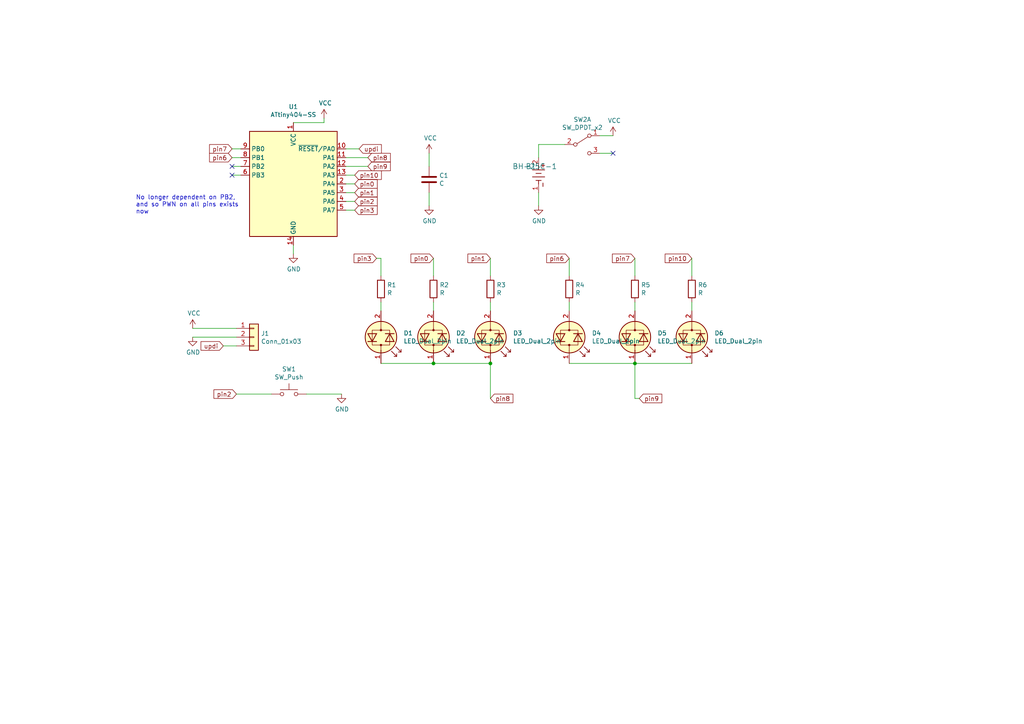
<source format=kicad_sch>
(kicad_sch (version 20211123) (generator eeschema)
  (paper "A4")
  (lib_symbols
    (symbol "Connector_Generic:Conn_01x03" (pin_names (offset 1.016) hide)
      (property "Reference" "J" (at 0 5.08 0))
      (property "Value" "Conn_01x03" (at 0 -5.08 0))
      (symbol "Conn_01x03_1_1"
        (rectangle (start -1.27 -2.413) (end 0 -2.667) (stroke (width 0.1524)))
        (rectangle (start -1.27 0.127) (end 0 -0.127) (stroke (width 0.1524)))
        (rectangle (start -1.27 2.667) (end 0 2.413) (stroke (width 0.1524)))
        (rectangle (start -1.27 3.81) (end 1.27 -3.81) (stroke (width 0.254)) (fill (type background)))
        (pin passive line (at -5.08 2.54 0) (length 3.81) (name "Pin_1") (number "1"))
        (pin passive line (at -5.08 0 0) (length 3.81) (name "Pin_2") (number "2"))
        (pin passive line (at -5.08 -2.54 0) (length 3.81) (name "Pin_3") (number "3"))
      )
    )
    (symbol "Device:C" (pin_numbers hide) (pin_names (offset 0.254))
      (property "Reference" "C" (at 0.635 2.54 0))
      (property "Value" "C" (at 0.635 -2.54 0))
      (symbol "C_0_1"
        (polyline (pts (xy -2.032 -0.762) (xy 2.032 -0.762)) (stroke (width 0.508)))
        (polyline (pts (xy -2.032 0.762) (xy 2.032 0.762)) (stroke (width 0.508)))
      )
      (symbol "C_1_1"
        (pin passive line (at 0 3.81 270) (length 2.794) (name "~") (number "1"))
        (pin passive line (at 0 -3.81 90) (length 2.794) (name "~") (number "2"))
      )
    )
    (symbol "Device:LED_Dual_2pin" (pin_names (offset 0) hide)
      (property "Reference" "D" (at 0 5.715 0))
      (property "Value" "LED_Dual_2pin" (at 0 -6.35 0))
      (symbol "LED_Dual_2pin_0_1"
        (circle (center -2.032 0) (radius 0.254) (fill (type outline)))
        (polyline (pts (xy -4.572 0) (xy -2.54 0)))
        (polyline (pts (xy -2.032 0) (xy -2.54 0)))
        (polyline (pts (xy -1.016 3.81) (xy -1.016 1.27)) (stroke (width 0.254)))
        (polyline (pts (xy 1.27 -1.27) (xy 1.27 -3.81)) (stroke (width 0.254)))
        (polyline (pts (xy 4.064 0) (xy 2.286 0)) (fill (type outline)))
        (polyline (pts (xy 4.318 5.842) (xy 4.318 5.08)) (stroke (width 0.2032)))
        (polyline (pts (xy 5.588 4.572) (xy 5.588 3.81)) (stroke (width 0.2032)))
        (polyline (pts (xy 2.794 4.318) (xy 4.318 5.842) (xy 3.556 5.842)) (stroke (width 0.2032)))
        (polyline (pts (xy 4.064 3.048) (xy 5.588 4.572) (xy 4.826 4.572)) (stroke (width 0.2032)))
        (polyline (pts (xy -1.016 -1.27) (xy -1.016 -3.81) (xy 1.27 -2.54) (xy -1.016 -1.27)) (stroke (width 0.254)))
        (polyline (pts (xy 1.27 3.81) (xy 1.27 1.27) (xy -1.016 2.54) (xy 1.27 3.81)) (stroke (width 0.254)))
        (polyline (pts (xy 2.286 2.54) (xy -2.032 2.54) (xy -2.032 -2.54) (xy 2.286 -2.54) (xy 2.286 2.54)))
        (circle (center 0 0) (radius 4.572) (stroke (width 0.254)) (fill (type background)))
        (circle (center 2.286 0) (radius 0.254) (fill (type outline)))
      )
      (symbol "LED_Dual_2pin_1_1"
        (pin input line (at 7.62 0 180) (length 3.81) (name "KA") (number "1"))
        (pin input line (at -7.62 0 0) (length 3.048) (name "AK") (number "2"))
      )
    )
    (symbol "Device:R" (pin_numbers hide) (pin_names (offset 0))
      (property "Reference" "R" (at 2.032 0 90))
      (property "Value" "R" (at 0 0 90))
      (symbol "R_0_1"
        (rectangle (start -1.016 -2.54) (end 1.016 2.54) (stroke (width 0.254)))
      )
      (symbol "R_1_1"
        (pin passive line (at 0 3.81 270) (length 1.27) (name "~") (number "1"))
        (pin passive line (at 0 -3.81 90) (length 1.27) (name "~") (number "2"))
      )
    )
    (symbol "MCU_Microchip_ATtiny:ATtiny404-SS"
      (property "Reference" "U" (at -12.7 16.51 0))
      (property "Value" "ATtiny404-SS" (at 2.54 -16.51 0))
      (symbol "ATtiny404-SS_0_1"
        (rectangle (start -12.7 -15.24) (end 12.7 15.24) (stroke (width 0.254)) (fill (type background)))
      )
      (symbol "ATtiny404-SS_1_1"
        (pin power_in line (at 0 17.78 270) (length 2.54) (name "VCC") (number "1"))
        (pin bidirectional line (at 15.24 10.16 180) (length 2.54) (name "~{RESET}/PA0") (number "10"))
        (pin bidirectional line (at 15.24 7.62 180) (length 2.54) (name "PA1") (number "11"))
        (pin bidirectional line (at 15.24 5.08 180) (length 2.54) (name "PA2") (number "12"))
        (pin bidirectional line (at 15.24 2.54 180) (length 2.54) (name "PA3") (number "13"))
        (pin power_in line (at 0 -17.78 90) (length 2.54) (name "GND") (number "14"))
        (pin bidirectional line (at 15.24 0 180) (length 2.54) (name "PA4") (number "2"))
        (pin bidirectional line (at 15.24 -2.54 180) (length 2.54) (name "PA5") (number "3"))
        (pin bidirectional line (at 15.24 -5.08 180) (length 2.54) (name "PA6") (number "4"))
        (pin bidirectional line (at 15.24 -7.62 180) (length 2.54) (name "PA7") (number "5"))
        (pin bidirectional line (at -15.24 2.54 0) (length 2.54) (name "PB3") (number "6"))
        (pin bidirectional line (at -15.24 5.08 0) (length 2.54) (name "PB2") (number "7"))
        (pin bidirectional line (at -15.24 7.62 0) (length 2.54) (name "PB1") (number "8"))
        (pin bidirectional line (at -15.24 10.16 0) (length 2.54) (name "PB0") (number "9"))
      )
    )
    (symbol "Switch:SW_DPDT_x2" (pin_names (offset 0) hide)
      (property "Reference" "SW" (at 0 4.318 0))
      (property "Value" "SW_DPDT_x2" (at 0 -5.08 0))
      (symbol "SW_DPDT_x2_0_0"
        (circle (center -2.032 0) (radius 0.508))
        (circle (center 2.032 -2.54) (radius 0.508))
      )
      (symbol "SW_DPDT_x2_0_1"
        (polyline (pts (xy -1.524 0.254) (xy 1.651 2.286)))
        (circle (center 2.032 2.54) (radius 0.508))
      )
      (symbol "SW_DPDT_x2_1_1"
        (pin passive line (at 5.08 2.54 180) (length 2.54) (name "A") (number "1"))
        (pin passive line (at -5.08 0 0) (length 2.54) (name "B") (number "2"))
        (pin passive line (at 5.08 -2.54 180) (length 2.54) (name "C") (number "3"))
      )
      (symbol "SW_DPDT_x2_2_1"
        (pin passive line (at 5.08 2.54 180) (length 2.54) (name "A") (number "4"))
        (pin passive line (at -5.08 0 0) (length 2.54) (name "B") (number "5"))
        (pin passive line (at 5.08 -2.54 180) (length 2.54) (name "C") (number "6"))
      )
    )
    (symbol "Switch:SW_Push" (pin_numbers hide) (pin_names (offset 1.016) hide)
      (property "Reference" "SW" (at 1.27 2.54 0))
      (property "Value" "SW_Push" (at 0 -1.524 0))
      (symbol "SW_Push_0_1"
        (circle (center -2.032 0) (radius 0.508))
        (polyline (pts (xy 0 1.27) (xy 0 3.048)))
        (polyline (pts (xy 2.54 1.27) (xy -2.54 1.27)))
        (circle (center 2.032 0) (radius 0.508))
        (pin passive line (at -5.08 0 0) (length 2.54) (name "1") (number "1"))
        (pin passive line (at 5.08 0 180) (length 2.54) (name "2") (number "2"))
      )
    )
    (symbol "batt:BH-25C-1" (pin_names (offset 0.254))
      (property "Reference" "B1" (at 2.54 -3.81 90))
      (property "Value" "BH-25C-1" (at 2.54 -7.62 90))
      (symbol "BH-25C-1_0_1"
        (polyline (pts (xy 1.778 1.27) (xy 2.794 1.27)) (stroke (width 0.2032)))
        (polyline (pts (xy 2.286 0.762) (xy 2.286 1.778)) (stroke (width 0.2032)))
        (polyline (pts (xy 2.54 0) (xy 3.4798 0)) (stroke (width 0.2032)))
        (polyline (pts (xy 3.556 -1.778) (xy 3.556 1.778)) (stroke (width 0.2032)))
        (polyline (pts (xy 4.572 0.762) (xy 4.572 -0.762)) (stroke (width 0.2032)))
        (polyline (pts (xy 5.588 -1.778) (xy 5.588 1.778)) (stroke (width 0.2032)))
        (polyline (pts (xy 6.604 0) (xy 7.62 0)) (stroke (width 0.2032)))
        (polyline (pts (xy 6.604 0.762) (xy 6.604 -0.762)) (stroke (width 0.2032)))
        (polyline (pts (xy 7.366 1.27) (xy 8.382 1.27)) (stroke (width 0.2032)))
        (pin power_out line (at 10.16 0 180) (length 2.54) (name "") (number "1"))
        (pin power_out line (at 0 0 0) (length 2.54) (name "") (number "2"))
      )
    )
    (symbol "power:GND" (power) (pin_names (offset 0))
      (property "Value" "GND" (at 0 -3.81 0))
      (symbol "GND_0_1"
        (polyline (pts (xy 0 0) (xy 0 -1.27) (xy 1.27 -1.27) (xy 0 -2.54) (xy -1.27 -1.27) (xy 0 -1.27)))
      )
      (symbol "GND_1_1"
        (pin power_in line (at 0 0 270) (length 0) hide (name "GND") (number "1"))
      )
    )
    (symbol "power:VCC" (power) (pin_names (offset 0))
      (property "Value" "VCC" (at 0 3.81 0))
      (symbol "VCC_0_1"
        (polyline (pts (xy -0.762 1.27) (xy 0 2.54)))
        (polyline (pts (xy 0 0) (xy 0 2.54)))
        (polyline (pts (xy 0 2.54) (xy 0.762 1.27)))
      )
      (symbol "VCC_1_1"
        (pin power_in line (at 0 0 90) (length 0) hide (name "VCC") (number "1"))
      )
    )
  )
  (junction (at 142.24 105.41))
  (junction (at 125.73 105.41))
  (junction (at 184.15 105.41))
  (no_connect (at 67.31 50.8))
  (no_connect (at 67.31 48.26))
  (no_connect (at 177.8 44.45))
  (wire (pts (xy 125.73 105.41) (xy 142.24 105.41)))
  (wire (pts (xy 173.99 39.37) (xy 177.8 39.37)))
  (wire (pts (xy 100.33 50.8) (xy 102.87 50.8)))
  (wire (pts (xy 68.58 114.3) (xy 78.74 114.3)))
  (wire (pts (xy 88.9 114.3) (xy 99.06 114.3)))
  (wire (pts (xy 93.98 34.29) (xy 93.98 35.56)))
  (wire (pts (xy 156.21 41.91) (xy 156.21 45.72)))
  (wire (pts (xy 125.73 87.63) (xy 125.73 90.17)))
  (wire (pts (xy 142.24 74.93) (xy 142.24 80.01)))
  (wire (pts (xy 165.1 74.93) (xy 165.1 80.01)))
  (wire (pts (xy 109.22 74.93) (xy 110.49 74.93)))
  (wire (pts (xy 124.46 55.88) (xy 124.46 59.69)))
  (wire (pts (xy 64.77 100.33) (xy 68.58 100.33)))
  (wire (pts (xy 67.31 48.26) (xy 69.85 48.26)))
  (wire (pts (xy 163.83 41.91) (xy 156.21 41.91)))
  (wire (pts (xy 200.66 87.63) (xy 200.66 90.17)))
  (wire (pts (xy 200.66 74.93) (xy 200.66 80.01)))
  (wire (pts (xy 100.33 45.72) (xy 106.68 45.72)))
  (wire (pts (xy 110.49 105.41) (xy 125.73 105.41)))
  (wire (pts (xy 173.99 44.45) (xy 177.8 44.45)))
  (wire (pts (xy 85.09 71.12) (xy 85.09 73.66)))
  (wire (pts (xy 100.33 60.96) (xy 102.87 60.96)))
  (wire (pts (xy 67.31 50.8) (xy 69.85 50.8)))
  (wire (pts (xy 125.73 74.93) (xy 125.73 80.01)))
  (wire (pts (xy 184.15 74.93) (xy 184.15 80.01)))
  (wire (pts (xy 184.15 115.57) (xy 185.42 115.57)))
  (wire (pts (xy 142.24 105.41) (xy 142.24 115.57)))
  (wire (pts (xy 100.33 53.34) (xy 102.87 53.34)))
  (wire (pts (xy 124.46 44.45) (xy 124.46 48.26)))
  (wire (pts (xy 67.31 45.72) (xy 69.85 45.72)))
  (wire (pts (xy 165.1 87.63) (xy 165.1 90.17)))
  (wire (pts (xy 55.88 97.79) (xy 68.58 97.79)))
  (wire (pts (xy 165.1 105.41) (xy 184.15 105.41)))
  (wire (pts (xy 184.15 105.41) (xy 200.66 105.41)))
  (wire (pts (xy 110.49 87.63) (xy 110.49 90.17)))
  (wire (pts (xy 110.49 74.93) (xy 110.49 80.01)))
  (wire (pts (xy 93.98 35.56) (xy 85.09 35.56)))
  (wire (pts (xy 100.33 55.88) (xy 102.87 55.88)))
  (wire (pts (xy 184.15 105.41) (xy 184.15 115.57)))
  (wire (pts (xy 184.15 87.63) (xy 184.15 90.17)))
  (wire (pts (xy 67.31 43.18) (xy 69.85 43.18)))
  (wire (pts (xy 100.33 48.26) (xy 106.68 48.26)))
  (wire (pts (xy 55.88 95.25) (xy 68.58 95.25)))
  (wire (pts (xy 142.24 87.63) (xy 142.24 90.17)))
  (wire (pts (xy 156.21 55.88) (xy 156.21 59.69)))
  (wire (pts (xy 102.87 58.42) (xy 100.33 58.42)))
  (wire (pts (xy 104.14 43.18) (xy 100.33 43.18)))
  (text "No longer dependent on PB2,\nand so PWN on all pins exists\nnow" (at 39.37 62.23 0) (effects (font (size 1.27 1.27)) (justify left bottom)))
  (global_label "pin1" (shape input) (at 102.87 55.88 0) (property "Intersheet References" "${INTERSHEET_REFS}" (effects hide)))
  (global_label "pin9" (shape input) (at 106.68 48.26 0) (property "Intersheet References" "${INTERSHEET_REFS}" (effects hide)))
  (global_label "pin8" (shape input) (at 142.24 115.57 0) (property "Intersheet References" "${INTERSHEET_REFS}" (effects hide)))
  (global_label "pin6" (shape input) (at 67.31 45.72 180) (property "Intersheet References" "${INTERSHEET_REFS}" (effects hide)))
  (global_label "pin9" (shape input) (at 185.42 115.57 0) (property "Intersheet References" "${INTERSHEET_REFS}" (effects hide)))
  (global_label "pin2" (shape input) (at 68.58 114.3 180) (property "Intersheet References" "${INTERSHEET_REFS}" (effects hide)))
  (global_label "pin7" (shape input) (at 184.15 74.93 180) (property "Intersheet References" "${INTERSHEET_REFS}" (effects hide)))
  (global_label "pin0" (shape input) (at 102.87 53.34 0) (property "Intersheet References" "${INTERSHEET_REFS}" (effects hide)))
  (global_label "pin1" (shape input) (at 142.24 74.93 180) (property "Intersheet References" "${INTERSHEET_REFS}" (effects hide)))
  (global_label "updi" (shape input) (at 64.77 100.33 180) (property "Intersheet References" "${INTERSHEET_REFS}" (effects hide)))
  (global_label "pin3" (shape input) (at 102.87 60.96 0) (property "Intersheet References" "${INTERSHEET_REFS}" (effects hide)))
  (global_label "pin7" (shape input) (at 67.31 43.18 180) (property "Intersheet References" "${INTERSHEET_REFS}" (effects hide)))
  (global_label "pin8" (shape input) (at 106.68 45.72 0) (property "Intersheet References" "${INTERSHEET_REFS}" (effects hide)))
  (global_label "pin10" (shape input) (at 102.87 50.8 0) (property "Intersheet References" "${INTERSHEET_REFS}" (effects hide)))
  (global_label "pin2" (shape input) (at 102.87 58.42 0) (property "Intersheet References" "${INTERSHEET_REFS}" (effects hide)))
  (global_label "pin0" (shape input) (at 125.73 74.93 180) (property "Intersheet References" "${INTERSHEET_REFS}" (effects hide)))
  (global_label "pin6" (shape input) (at 165.1 74.93 180) (property "Intersheet References" "${INTERSHEET_REFS}" (effects hide)))
  (global_label "updi" (shape input) (at 104.14 43.18 0) (property "Intersheet References" "${INTERSHEET_REFS}" (effects hide)))
  (global_label "pin3" (shape input) (at 109.22 74.93 180) (property "Intersheet References" "${INTERSHEET_REFS}" (effects hide)))
  (global_label "pin10" (shape input) (at 200.66 74.93 180) (property "Intersheet References" "${INTERSHEET_REFS}" (effects hide)))
  (symbol (lib_id "Device:LED_Dual_2pin") (at 142.24 97.79 270) (unit 1)
    (property "Reference" "D3" (at 148.7932 96.6216 90) (effects (justify left)))
    (property "Value" "LED_Dual_2pin" (at 148.7932 98.933 90) (effects (justify left)))
    (property "Footprint" "tree:Custom_LessSilkscreenLED_1206_3216Metric_Pad1.42x1.75mm_HandSolder" (effects hide))
  )
  (symbol (lib_id "power:GND") (at 124.46 59.69 0) (unit 1)
    (property "Reference" "#PWR07" (effects hide))
    (property "Value" "GND" (at 124.587 64.0842 0))
  )
  (symbol (lib_id "Device:R") (at 142.24 83.82 0) (unit 1)
    (property "Reference" "R3" (at 144.018 82.6516 0) (effects (justify left)))
    (property "Value" "R" (at 144.018 84.963 0) (effects (justify left)))
    (property "Footprint" "Resistor_SMD:R_1206_3216Metric_Pad1.42x1.75mm_HandSolder" (effects hide))
  )
  (symbol (lib_id "Device:LED_Dual_2pin") (at 200.66 97.79 270) (unit 1)
    (property "Reference" "D6" (at 207.2132 96.6216 90) (effects (justify left)))
    (property "Value" "LED_Dual_2pin" (at 207.2132 98.933 90) (effects (justify left)))
    (property "Footprint" "tree:Custom_LessSilkscreenLED_1206_3216Metric_Pad1.42x1.75mm_HandSolder" (effects hide))
  )
  (symbol (lib_id "Device:R") (at 184.15 83.82 0) (unit 1)
    (property "Reference" "R5" (at 185.928 82.6516 0) (effects (justify left)))
    (property "Value" "R" (at 185.928 84.963 0) (effects (justify left)))
    (property "Footprint" "Resistor_SMD:R_1206_3216Metric_Pad1.42x1.75mm_HandSolder" (effects hide))
  )
  (symbol (lib_id "Device:C") (at 124.46 52.07 0) (unit 1)
    (property "Reference" "C1" (at 127.381 50.9016 0) (effects (justify left)))
    (property "Value" "C" (at 127.381 53.213 0) (effects (justify left)))
    (property "Footprint" "Capacitor_SMD:C_1206_3216Metric_Pad1.42x1.75mm_HandSolder" (effects hide))
  )
  (symbol (lib_id "power:GND") (at 156.21 59.69 0) (unit 1)
    (property "Reference" "#PWR08" (effects hide))
    (property "Value" "GND" (at 156.337 64.0842 0))
  )
  (symbol (lib_id "power:GND") (at 99.06 114.3 0) (unit 1)
    (property "Reference" "#PWR05" (effects hide))
    (property "Value" "GND" (at 99.187 118.6942 0))
  )
  (symbol (lib_id "Connector_Generic:Conn_01x03") (at 73.66 97.79 0) (unit 1)
    (property "Reference" "J1" (at 75.692 96.7232 0) (effects (justify left)))
    (property "Value" "Conn_01x03" (at 75.692 99.0346 0) (effects (justify left)))
    (property "Footprint" "tree:custom_updipad_PinHeader_1x03_P2.54mm_Vertical" (effects hide))
  )
  (symbol (lib_id "power:GND") (at 85.09 73.66 0) (unit 1)
    (property "Reference" "#PWR03" (effects hide))
    (property "Value" "GND" (at 85.217 78.0542 0))
  )
  (symbol (lib_id "Device:R") (at 110.49 83.82 0) (unit 1)
    (property "Reference" "R1" (at 112.268 82.6516 0) (effects (justify left)))
    (property "Value" "R" (at 112.268 84.963 0) (effects (justify left)))
    (property "Footprint" "Resistor_SMD:R_1206_3216Metric_Pad1.42x1.75mm_HandSolder" (effects hide))
  )
  (symbol (lib_id "Device:LED_Dual_2pin") (at 184.15 97.79 270) (unit 1)
    (property "Reference" "D5" (at 190.7032 96.6216 90) (effects (justify left)))
    (property "Value" "LED_Dual_2pin" (at 190.7032 98.933 90) (effects (justify left)))
    (property "Footprint" "tree:Custom_LessSilkscreenLED_1206_3216Metric_Pad1.42x1.75mm_HandSolder" (effects hide))
  )
  (symbol (lib_id "power:VCC") (at 124.46 44.45 0) (unit 1)
    (property "Reference" "#PWR06" (effects hide))
    (property "Value" "VCC" (at 124.841 40.0558 0))
  )
  (symbol (lib_id "power:VCC") (at 55.88 95.25 0) (unit 1)
    (property "Reference" "#PWR01" (effects hide))
    (property "Value" "VCC" (at 56.261 90.8558 0))
  )
  (symbol (lib_id "Device:LED_Dual_2pin") (at 125.73 97.79 270) (unit 1)
    (property "Reference" "D2" (at 132.2832 96.6216 90) (effects (justify left)))
    (property "Value" "LED_Dual_2pin" (at 132.2832 98.933 90) (effects (justify left)))
    (property "Footprint" "tree:Custom_LessSilkscreenLED_1206_3216Metric_Pad1.42x1.75mm_HandSolder" (effects hide))
  )
  (symbol (lib_id "power:GND") (at 55.88 97.79 0) (unit 1)
    (property "Reference" "#PWR02" (effects hide))
    (property "Value" "GND" (at 56.007 102.1842 0))
  )
  (symbol (lib_id "Device:R") (at 165.1 83.82 0) (unit 1)
    (property "Reference" "R4" (at 166.878 82.6516 0) (effects (justify left)))
    (property "Value" "R" (at 166.878 84.963 0) (effects (justify left)))
    (property "Footprint" "Resistor_SMD:R_1206_3216Metric_Pad1.42x1.75mm_HandSolder" (effects hide))
  )
  (symbol (lib_id "power:VCC") (at 93.98 34.29 0) (unit 1)
    (property "Reference" "#PWR04" (effects hide))
    (property "Value" "VCC" (at 94.361 29.8958 0))
  )
  (symbol (lib_id "power:VCC") (at 177.8 39.37 0) (unit 1)
    (property "Reference" "#PWR09" (effects hide))
    (property "Value" "VCC" (at 178.181 34.9758 0))
  )
  (symbol (lib_id "Device:LED_Dual_2pin") (at 110.49 97.79 270) (unit 1)
    (property "Reference" "D1" (at 117.0432 96.6216 90) (effects (justify left)))
    (property "Value" "LED_Dual_2pin" (at 117.0432 98.933 90) (effects (justify left)))
    (property "Footprint" "tree:Custom_LessSilkscreenLED_1206_3216Metric_Pad1.42x1.75mm_HandSolder" (effects hide))
  )
  (symbol (lib_id "Device:R") (at 200.66 83.82 0) (unit 1)
    (property "Reference" "R6" (at 202.438 82.6516 0) (effects (justify left)))
    (property "Value" "R" (at 202.438 84.963 0) (effects (justify left)))
    (property "Footprint" "Resistor_SMD:R_1206_3216Metric_Pad1.42x1.75mm_HandSolder" (effects hide))
  )
  (symbol (lib_id "Switch:SW_Push") (at 83.82 114.3 0) (unit 1)
    (property "Reference" "SW1" (at 83.82 107.061 0))
    (property "Value" "SW_Push" (at 83.82 109.3724 0))
    (property "Footprint" "Button_Switch_SMD:SW_Push_1P1T_NO_6x6mm_H9.5mm" (effects hide))
  )
  (symbol (lib_id "Device:R") (at 125.73 83.82 0) (unit 1)
    (property "Reference" "R2" (at 127.508 82.6516 0) (effects (justify left)))
    (property "Value" "R" (at 127.508 84.963 0) (effects (justify left)))
    (property "Footprint" "Resistor_SMD:R_1206_3216Metric_Pad1.42x1.75mm_HandSolder" (effects hide))
  )
  (symbol (lib_id "Device:LED_Dual_2pin") (at 165.1 97.79 270) (unit 1)
    (property "Reference" "D4" (at 171.6532 96.6216 90) (effects (justify left)))
    (property "Value" "LED_Dual_2pin" (at 171.6532 98.933 90) (effects (justify left)))
    (property "Footprint" "tree:Custom_LessSilkscreenLED_1206_3216Metric_Pad1.42x1.75mm_HandSolder" (effects hide))
  )
  (symbol (lib_id "MCU_Microchip_ATtiny:ATtiny404-SS") (at 85.09 53.34 0) (unit 1)
    (property "Reference" "U1" (at 85.09 30.9626 0))
    (property "Value" "ATtiny404-SS" (at 85.09 33.274 0))
    (property "Footprint" "Package_SO:SOIC-14_3.9x8.7mm_P1.27mm" (effects hide))
    (property "Datasheet" "http://ww1.microchip.com/downloads/en/DeviceDoc/50002687A.pdf" (effects hide))
  )
  (symbol (lib_id "Switch:SW_DPDT_x2") (at 168.91 41.91 0) (unit 1)
    (property "Reference" "SW2" (at 168.91 34.671 0))
    (property "Value" "SW_DPDT_x2" (at 168.91 36.9824 0))
    (property "Footprint" "Button_Switch_SMD:SW_SPDT_CK-JS102011SAQN" (effects hide))
  )
  (symbol (lib_id "batt:BH-25C-1") (at 156.21 45.72 270) (unit 1)
    (property "Reference" "B1" (at 152.4 48.26 90) (effects (font (size 1.524 1.524)) (justify left)))
    (property "Value" "BH-25C-1" (at 148.59 48.26 90) (effects (font (size 1.524 1.524)) (justify left)))
    (property "Footprint" "custom:BH-25C-1_ADM" (effects hide))
    (property "Datasheet" "BH-25C-1" (effects hide))
  )
)
</source>
